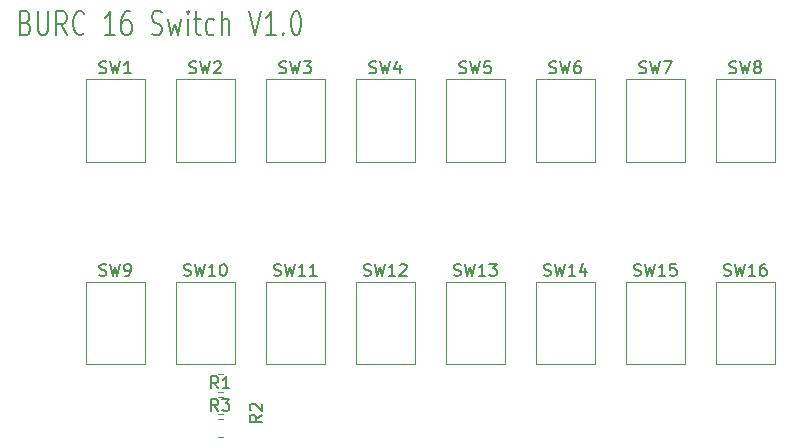
<source format=gbr>
%TF.GenerationSoftware,KiCad,Pcbnew,7.0.7*%
%TF.CreationDate,2023-10-01T14:50:05+02:00*%
%TF.ProjectId,MultiSwitch_Mcp23017_MiniSwitch,4d756c74-6953-4776-9974-63685f4d6370,1.0*%
%TF.SameCoordinates,Original*%
%TF.FileFunction,Legend,Top*%
%TF.FilePolarity,Positive*%
%FSLAX46Y46*%
G04 Gerber Fmt 4.6, Leading zero omitted, Abs format (unit mm)*
G04 Created by KiCad (PCBNEW 7.0.7) date 2023-10-01 14:50:05*
%MOMM*%
%LPD*%
G01*
G04 APERTURE LIST*
%ADD10C,0.210000*%
%ADD11C,0.150000*%
%ADD12C,0.120000*%
G04 APERTURE END LIST*
D10*
X143582857Y-98391699D02*
X143797143Y-98486937D01*
X143797143Y-98486937D02*
X143868572Y-98582175D01*
X143868572Y-98582175D02*
X143940000Y-98772651D01*
X143940000Y-98772651D02*
X143940000Y-99058365D01*
X143940000Y-99058365D02*
X143868572Y-99248841D01*
X143868572Y-99248841D02*
X143797143Y-99344080D01*
X143797143Y-99344080D02*
X143654286Y-99439318D01*
X143654286Y-99439318D02*
X143082857Y-99439318D01*
X143082857Y-99439318D02*
X143082857Y-97439318D01*
X143082857Y-97439318D02*
X143582857Y-97439318D01*
X143582857Y-97439318D02*
X143725715Y-97534556D01*
X143725715Y-97534556D02*
X143797143Y-97629794D01*
X143797143Y-97629794D02*
X143868572Y-97820270D01*
X143868572Y-97820270D02*
X143868572Y-98010746D01*
X143868572Y-98010746D02*
X143797143Y-98201222D01*
X143797143Y-98201222D02*
X143725715Y-98296460D01*
X143725715Y-98296460D02*
X143582857Y-98391699D01*
X143582857Y-98391699D02*
X143082857Y-98391699D01*
X144582857Y-97439318D02*
X144582857Y-99058365D01*
X144582857Y-99058365D02*
X144654286Y-99248841D01*
X144654286Y-99248841D02*
X144725715Y-99344080D01*
X144725715Y-99344080D02*
X144868572Y-99439318D01*
X144868572Y-99439318D02*
X145154286Y-99439318D01*
X145154286Y-99439318D02*
X145297143Y-99344080D01*
X145297143Y-99344080D02*
X145368572Y-99248841D01*
X145368572Y-99248841D02*
X145440000Y-99058365D01*
X145440000Y-99058365D02*
X145440000Y-97439318D01*
X147011429Y-99439318D02*
X146511429Y-98486937D01*
X146154286Y-99439318D02*
X146154286Y-97439318D01*
X146154286Y-97439318D02*
X146725715Y-97439318D01*
X146725715Y-97439318D02*
X146868572Y-97534556D01*
X146868572Y-97534556D02*
X146940001Y-97629794D01*
X146940001Y-97629794D02*
X147011429Y-97820270D01*
X147011429Y-97820270D02*
X147011429Y-98105984D01*
X147011429Y-98105984D02*
X146940001Y-98296460D01*
X146940001Y-98296460D02*
X146868572Y-98391699D01*
X146868572Y-98391699D02*
X146725715Y-98486937D01*
X146725715Y-98486937D02*
X146154286Y-98486937D01*
X148511429Y-99248841D02*
X148440001Y-99344080D01*
X148440001Y-99344080D02*
X148225715Y-99439318D01*
X148225715Y-99439318D02*
X148082858Y-99439318D01*
X148082858Y-99439318D02*
X147868572Y-99344080D01*
X147868572Y-99344080D02*
X147725715Y-99153603D01*
X147725715Y-99153603D02*
X147654286Y-98963127D01*
X147654286Y-98963127D02*
X147582858Y-98582175D01*
X147582858Y-98582175D02*
X147582858Y-98296460D01*
X147582858Y-98296460D02*
X147654286Y-97915508D01*
X147654286Y-97915508D02*
X147725715Y-97725032D01*
X147725715Y-97725032D02*
X147868572Y-97534556D01*
X147868572Y-97534556D02*
X148082858Y-97439318D01*
X148082858Y-97439318D02*
X148225715Y-97439318D01*
X148225715Y-97439318D02*
X148440001Y-97534556D01*
X148440001Y-97534556D02*
X148511429Y-97629794D01*
X151082858Y-99439318D02*
X150225715Y-99439318D01*
X150654286Y-99439318D02*
X150654286Y-97439318D01*
X150654286Y-97439318D02*
X150511429Y-97725032D01*
X150511429Y-97725032D02*
X150368572Y-97915508D01*
X150368572Y-97915508D02*
X150225715Y-98010746D01*
X152368572Y-97439318D02*
X152082857Y-97439318D01*
X152082857Y-97439318D02*
X151940000Y-97534556D01*
X151940000Y-97534556D02*
X151868572Y-97629794D01*
X151868572Y-97629794D02*
X151725714Y-97915508D01*
X151725714Y-97915508D02*
X151654286Y-98296460D01*
X151654286Y-98296460D02*
X151654286Y-99058365D01*
X151654286Y-99058365D02*
X151725714Y-99248841D01*
X151725714Y-99248841D02*
X151797143Y-99344080D01*
X151797143Y-99344080D02*
X151940000Y-99439318D01*
X151940000Y-99439318D02*
X152225714Y-99439318D01*
X152225714Y-99439318D02*
X152368572Y-99344080D01*
X152368572Y-99344080D02*
X152440000Y-99248841D01*
X152440000Y-99248841D02*
X152511429Y-99058365D01*
X152511429Y-99058365D02*
X152511429Y-98582175D01*
X152511429Y-98582175D02*
X152440000Y-98391699D01*
X152440000Y-98391699D02*
X152368572Y-98296460D01*
X152368572Y-98296460D02*
X152225714Y-98201222D01*
X152225714Y-98201222D02*
X151940000Y-98201222D01*
X151940000Y-98201222D02*
X151797143Y-98296460D01*
X151797143Y-98296460D02*
X151725714Y-98391699D01*
X151725714Y-98391699D02*
X151654286Y-98582175D01*
X154225714Y-99344080D02*
X154440000Y-99439318D01*
X154440000Y-99439318D02*
X154797142Y-99439318D01*
X154797142Y-99439318D02*
X154940000Y-99344080D01*
X154940000Y-99344080D02*
X155011428Y-99248841D01*
X155011428Y-99248841D02*
X155082857Y-99058365D01*
X155082857Y-99058365D02*
X155082857Y-98867889D01*
X155082857Y-98867889D02*
X155011428Y-98677413D01*
X155011428Y-98677413D02*
X154940000Y-98582175D01*
X154940000Y-98582175D02*
X154797142Y-98486937D01*
X154797142Y-98486937D02*
X154511428Y-98391699D01*
X154511428Y-98391699D02*
X154368571Y-98296460D01*
X154368571Y-98296460D02*
X154297142Y-98201222D01*
X154297142Y-98201222D02*
X154225714Y-98010746D01*
X154225714Y-98010746D02*
X154225714Y-97820270D01*
X154225714Y-97820270D02*
X154297142Y-97629794D01*
X154297142Y-97629794D02*
X154368571Y-97534556D01*
X154368571Y-97534556D02*
X154511428Y-97439318D01*
X154511428Y-97439318D02*
X154868571Y-97439318D01*
X154868571Y-97439318D02*
X155082857Y-97534556D01*
X155582856Y-98105984D02*
X155868571Y-99439318D01*
X155868571Y-99439318D02*
X156154285Y-98486937D01*
X156154285Y-98486937D02*
X156439999Y-99439318D01*
X156439999Y-99439318D02*
X156725713Y-98105984D01*
X157297142Y-99439318D02*
X157297142Y-98105984D01*
X157297142Y-97439318D02*
X157225714Y-97534556D01*
X157225714Y-97534556D02*
X157297142Y-97629794D01*
X157297142Y-97629794D02*
X157368571Y-97534556D01*
X157368571Y-97534556D02*
X157297142Y-97439318D01*
X157297142Y-97439318D02*
X157297142Y-97629794D01*
X157797143Y-98105984D02*
X158368571Y-98105984D01*
X158011428Y-97439318D02*
X158011428Y-99153603D01*
X158011428Y-99153603D02*
X158082857Y-99344080D01*
X158082857Y-99344080D02*
X158225714Y-99439318D01*
X158225714Y-99439318D02*
X158368571Y-99439318D01*
X159511429Y-99344080D02*
X159368571Y-99439318D01*
X159368571Y-99439318D02*
X159082857Y-99439318D01*
X159082857Y-99439318D02*
X158940000Y-99344080D01*
X158940000Y-99344080D02*
X158868571Y-99248841D01*
X158868571Y-99248841D02*
X158797143Y-99058365D01*
X158797143Y-99058365D02*
X158797143Y-98486937D01*
X158797143Y-98486937D02*
X158868571Y-98296460D01*
X158868571Y-98296460D02*
X158940000Y-98201222D01*
X158940000Y-98201222D02*
X159082857Y-98105984D01*
X159082857Y-98105984D02*
X159368571Y-98105984D01*
X159368571Y-98105984D02*
X159511429Y-98201222D01*
X160154285Y-99439318D02*
X160154285Y-97439318D01*
X160797143Y-99439318D02*
X160797143Y-98391699D01*
X160797143Y-98391699D02*
X160725714Y-98201222D01*
X160725714Y-98201222D02*
X160582857Y-98105984D01*
X160582857Y-98105984D02*
X160368571Y-98105984D01*
X160368571Y-98105984D02*
X160225714Y-98201222D01*
X160225714Y-98201222D02*
X160154285Y-98296460D01*
X162440000Y-97439318D02*
X162940000Y-99439318D01*
X162940000Y-99439318D02*
X163440000Y-97439318D01*
X164725714Y-99439318D02*
X163868571Y-99439318D01*
X164297142Y-99439318D02*
X164297142Y-97439318D01*
X164297142Y-97439318D02*
X164154285Y-97725032D01*
X164154285Y-97725032D02*
X164011428Y-97915508D01*
X164011428Y-97915508D02*
X163868571Y-98010746D01*
X165368570Y-99248841D02*
X165439999Y-99344080D01*
X165439999Y-99344080D02*
X165368570Y-99439318D01*
X165368570Y-99439318D02*
X165297142Y-99344080D01*
X165297142Y-99344080D02*
X165368570Y-99248841D01*
X165368570Y-99248841D02*
X165368570Y-99439318D01*
X166368571Y-97439318D02*
X166511428Y-97439318D01*
X166511428Y-97439318D02*
X166654285Y-97534556D01*
X166654285Y-97534556D02*
X166725714Y-97629794D01*
X166725714Y-97629794D02*
X166797142Y-97820270D01*
X166797142Y-97820270D02*
X166868571Y-98201222D01*
X166868571Y-98201222D02*
X166868571Y-98677413D01*
X166868571Y-98677413D02*
X166797142Y-99058365D01*
X166797142Y-99058365D02*
X166725714Y-99248841D01*
X166725714Y-99248841D02*
X166654285Y-99344080D01*
X166654285Y-99344080D02*
X166511428Y-99439318D01*
X166511428Y-99439318D02*
X166368571Y-99439318D01*
X166368571Y-99439318D02*
X166225714Y-99344080D01*
X166225714Y-99344080D02*
X166154285Y-99248841D01*
X166154285Y-99248841D02*
X166082856Y-99058365D01*
X166082856Y-99058365D02*
X166011428Y-98677413D01*
X166011428Y-98677413D02*
X166011428Y-98201222D01*
X166011428Y-98201222D02*
X166082856Y-97820270D01*
X166082856Y-97820270D02*
X166154285Y-97629794D01*
X166154285Y-97629794D02*
X166225714Y-97534556D01*
X166225714Y-97534556D02*
X166368571Y-97439318D01*
D11*
X179800476Y-119787200D02*
X179943333Y-119834819D01*
X179943333Y-119834819D02*
X180181428Y-119834819D01*
X180181428Y-119834819D02*
X180276666Y-119787200D01*
X180276666Y-119787200D02*
X180324285Y-119739580D01*
X180324285Y-119739580D02*
X180371904Y-119644342D01*
X180371904Y-119644342D02*
X180371904Y-119549104D01*
X180371904Y-119549104D02*
X180324285Y-119453866D01*
X180324285Y-119453866D02*
X180276666Y-119406247D01*
X180276666Y-119406247D02*
X180181428Y-119358628D01*
X180181428Y-119358628D02*
X179990952Y-119311009D01*
X179990952Y-119311009D02*
X179895714Y-119263390D01*
X179895714Y-119263390D02*
X179848095Y-119215771D01*
X179848095Y-119215771D02*
X179800476Y-119120533D01*
X179800476Y-119120533D02*
X179800476Y-119025295D01*
X179800476Y-119025295D02*
X179848095Y-118930057D01*
X179848095Y-118930057D02*
X179895714Y-118882438D01*
X179895714Y-118882438D02*
X179990952Y-118834819D01*
X179990952Y-118834819D02*
X180229047Y-118834819D01*
X180229047Y-118834819D02*
X180371904Y-118882438D01*
X180705238Y-118834819D02*
X180943333Y-119834819D01*
X180943333Y-119834819D02*
X181133809Y-119120533D01*
X181133809Y-119120533D02*
X181324285Y-119834819D01*
X181324285Y-119834819D02*
X181562381Y-118834819D01*
X182467142Y-119834819D02*
X181895714Y-119834819D01*
X182181428Y-119834819D02*
X182181428Y-118834819D01*
X182181428Y-118834819D02*
X182086190Y-118977676D01*
X182086190Y-118977676D02*
X181990952Y-119072914D01*
X181990952Y-119072914D02*
X181895714Y-119120533D01*
X182800476Y-118834819D02*
X183419523Y-118834819D01*
X183419523Y-118834819D02*
X183086190Y-119215771D01*
X183086190Y-119215771D02*
X183229047Y-119215771D01*
X183229047Y-119215771D02*
X183324285Y-119263390D01*
X183324285Y-119263390D02*
X183371904Y-119311009D01*
X183371904Y-119311009D02*
X183419523Y-119406247D01*
X183419523Y-119406247D02*
X183419523Y-119644342D01*
X183419523Y-119644342D02*
X183371904Y-119739580D01*
X183371904Y-119739580D02*
X183324285Y-119787200D01*
X183324285Y-119787200D02*
X183229047Y-119834819D01*
X183229047Y-119834819D02*
X182943333Y-119834819D01*
X182943333Y-119834819D02*
X182848095Y-119787200D01*
X182848095Y-119787200D02*
X182800476Y-119739580D01*
X195040476Y-119787200D02*
X195183333Y-119834819D01*
X195183333Y-119834819D02*
X195421428Y-119834819D01*
X195421428Y-119834819D02*
X195516666Y-119787200D01*
X195516666Y-119787200D02*
X195564285Y-119739580D01*
X195564285Y-119739580D02*
X195611904Y-119644342D01*
X195611904Y-119644342D02*
X195611904Y-119549104D01*
X195611904Y-119549104D02*
X195564285Y-119453866D01*
X195564285Y-119453866D02*
X195516666Y-119406247D01*
X195516666Y-119406247D02*
X195421428Y-119358628D01*
X195421428Y-119358628D02*
X195230952Y-119311009D01*
X195230952Y-119311009D02*
X195135714Y-119263390D01*
X195135714Y-119263390D02*
X195088095Y-119215771D01*
X195088095Y-119215771D02*
X195040476Y-119120533D01*
X195040476Y-119120533D02*
X195040476Y-119025295D01*
X195040476Y-119025295D02*
X195088095Y-118930057D01*
X195088095Y-118930057D02*
X195135714Y-118882438D01*
X195135714Y-118882438D02*
X195230952Y-118834819D01*
X195230952Y-118834819D02*
X195469047Y-118834819D01*
X195469047Y-118834819D02*
X195611904Y-118882438D01*
X195945238Y-118834819D02*
X196183333Y-119834819D01*
X196183333Y-119834819D02*
X196373809Y-119120533D01*
X196373809Y-119120533D02*
X196564285Y-119834819D01*
X196564285Y-119834819D02*
X196802381Y-118834819D01*
X197707142Y-119834819D02*
X197135714Y-119834819D01*
X197421428Y-119834819D02*
X197421428Y-118834819D01*
X197421428Y-118834819D02*
X197326190Y-118977676D01*
X197326190Y-118977676D02*
X197230952Y-119072914D01*
X197230952Y-119072914D02*
X197135714Y-119120533D01*
X198611904Y-118834819D02*
X198135714Y-118834819D01*
X198135714Y-118834819D02*
X198088095Y-119311009D01*
X198088095Y-119311009D02*
X198135714Y-119263390D01*
X198135714Y-119263390D02*
X198230952Y-119215771D01*
X198230952Y-119215771D02*
X198469047Y-119215771D01*
X198469047Y-119215771D02*
X198564285Y-119263390D01*
X198564285Y-119263390D02*
X198611904Y-119311009D01*
X198611904Y-119311009D02*
X198659523Y-119406247D01*
X198659523Y-119406247D02*
X198659523Y-119644342D01*
X198659523Y-119644342D02*
X198611904Y-119739580D01*
X198611904Y-119739580D02*
X198564285Y-119787200D01*
X198564285Y-119787200D02*
X198469047Y-119834819D01*
X198469047Y-119834819D02*
X198230952Y-119834819D01*
X198230952Y-119834819D02*
X198135714Y-119787200D01*
X198135714Y-119787200D02*
X198088095Y-119739580D01*
X163522819Y-131611666D02*
X163046628Y-131944999D01*
X163522819Y-132183094D02*
X162522819Y-132183094D01*
X162522819Y-132183094D02*
X162522819Y-131802142D01*
X162522819Y-131802142D02*
X162570438Y-131706904D01*
X162570438Y-131706904D02*
X162618057Y-131659285D01*
X162618057Y-131659285D02*
X162713295Y-131611666D01*
X162713295Y-131611666D02*
X162856152Y-131611666D01*
X162856152Y-131611666D02*
X162951390Y-131659285D01*
X162951390Y-131659285D02*
X162999009Y-131706904D01*
X162999009Y-131706904D02*
X163046628Y-131802142D01*
X163046628Y-131802142D02*
X163046628Y-132183094D01*
X162618057Y-131230713D02*
X162570438Y-131183094D01*
X162570438Y-131183094D02*
X162522819Y-131087856D01*
X162522819Y-131087856D02*
X162522819Y-130849761D01*
X162522819Y-130849761D02*
X162570438Y-130754523D01*
X162570438Y-130754523D02*
X162618057Y-130706904D01*
X162618057Y-130706904D02*
X162713295Y-130659285D01*
X162713295Y-130659285D02*
X162808533Y-130659285D01*
X162808533Y-130659285D02*
X162951390Y-130706904D01*
X162951390Y-130706904D02*
X163522819Y-131278332D01*
X163522819Y-131278332D02*
X163522819Y-130659285D01*
X172656667Y-102642200D02*
X172799524Y-102689819D01*
X172799524Y-102689819D02*
X173037619Y-102689819D01*
X173037619Y-102689819D02*
X173132857Y-102642200D01*
X173132857Y-102642200D02*
X173180476Y-102594580D01*
X173180476Y-102594580D02*
X173228095Y-102499342D01*
X173228095Y-102499342D02*
X173228095Y-102404104D01*
X173228095Y-102404104D02*
X173180476Y-102308866D01*
X173180476Y-102308866D02*
X173132857Y-102261247D01*
X173132857Y-102261247D02*
X173037619Y-102213628D01*
X173037619Y-102213628D02*
X172847143Y-102166009D01*
X172847143Y-102166009D02*
X172751905Y-102118390D01*
X172751905Y-102118390D02*
X172704286Y-102070771D01*
X172704286Y-102070771D02*
X172656667Y-101975533D01*
X172656667Y-101975533D02*
X172656667Y-101880295D01*
X172656667Y-101880295D02*
X172704286Y-101785057D01*
X172704286Y-101785057D02*
X172751905Y-101737438D01*
X172751905Y-101737438D02*
X172847143Y-101689819D01*
X172847143Y-101689819D02*
X173085238Y-101689819D01*
X173085238Y-101689819D02*
X173228095Y-101737438D01*
X173561429Y-101689819D02*
X173799524Y-102689819D01*
X173799524Y-102689819D02*
X173990000Y-101975533D01*
X173990000Y-101975533D02*
X174180476Y-102689819D01*
X174180476Y-102689819D02*
X174418572Y-101689819D01*
X175228095Y-102023152D02*
X175228095Y-102689819D01*
X174990000Y-101642200D02*
X174751905Y-102356485D01*
X174751905Y-102356485D02*
X175370952Y-102356485D01*
X157416667Y-102642200D02*
X157559524Y-102689819D01*
X157559524Y-102689819D02*
X157797619Y-102689819D01*
X157797619Y-102689819D02*
X157892857Y-102642200D01*
X157892857Y-102642200D02*
X157940476Y-102594580D01*
X157940476Y-102594580D02*
X157988095Y-102499342D01*
X157988095Y-102499342D02*
X157988095Y-102404104D01*
X157988095Y-102404104D02*
X157940476Y-102308866D01*
X157940476Y-102308866D02*
X157892857Y-102261247D01*
X157892857Y-102261247D02*
X157797619Y-102213628D01*
X157797619Y-102213628D02*
X157607143Y-102166009D01*
X157607143Y-102166009D02*
X157511905Y-102118390D01*
X157511905Y-102118390D02*
X157464286Y-102070771D01*
X157464286Y-102070771D02*
X157416667Y-101975533D01*
X157416667Y-101975533D02*
X157416667Y-101880295D01*
X157416667Y-101880295D02*
X157464286Y-101785057D01*
X157464286Y-101785057D02*
X157511905Y-101737438D01*
X157511905Y-101737438D02*
X157607143Y-101689819D01*
X157607143Y-101689819D02*
X157845238Y-101689819D01*
X157845238Y-101689819D02*
X157988095Y-101737438D01*
X158321429Y-101689819D02*
X158559524Y-102689819D01*
X158559524Y-102689819D02*
X158750000Y-101975533D01*
X158750000Y-101975533D02*
X158940476Y-102689819D01*
X158940476Y-102689819D02*
X159178572Y-101689819D01*
X159511905Y-101785057D02*
X159559524Y-101737438D01*
X159559524Y-101737438D02*
X159654762Y-101689819D01*
X159654762Y-101689819D02*
X159892857Y-101689819D01*
X159892857Y-101689819D02*
X159988095Y-101737438D01*
X159988095Y-101737438D02*
X160035714Y-101785057D01*
X160035714Y-101785057D02*
X160083333Y-101880295D01*
X160083333Y-101880295D02*
X160083333Y-101975533D01*
X160083333Y-101975533D02*
X160035714Y-102118390D01*
X160035714Y-102118390D02*
X159464286Y-102689819D01*
X159464286Y-102689819D02*
X160083333Y-102689819D01*
X180276667Y-102642200D02*
X180419524Y-102689819D01*
X180419524Y-102689819D02*
X180657619Y-102689819D01*
X180657619Y-102689819D02*
X180752857Y-102642200D01*
X180752857Y-102642200D02*
X180800476Y-102594580D01*
X180800476Y-102594580D02*
X180848095Y-102499342D01*
X180848095Y-102499342D02*
X180848095Y-102404104D01*
X180848095Y-102404104D02*
X180800476Y-102308866D01*
X180800476Y-102308866D02*
X180752857Y-102261247D01*
X180752857Y-102261247D02*
X180657619Y-102213628D01*
X180657619Y-102213628D02*
X180467143Y-102166009D01*
X180467143Y-102166009D02*
X180371905Y-102118390D01*
X180371905Y-102118390D02*
X180324286Y-102070771D01*
X180324286Y-102070771D02*
X180276667Y-101975533D01*
X180276667Y-101975533D02*
X180276667Y-101880295D01*
X180276667Y-101880295D02*
X180324286Y-101785057D01*
X180324286Y-101785057D02*
X180371905Y-101737438D01*
X180371905Y-101737438D02*
X180467143Y-101689819D01*
X180467143Y-101689819D02*
X180705238Y-101689819D01*
X180705238Y-101689819D02*
X180848095Y-101737438D01*
X181181429Y-101689819D02*
X181419524Y-102689819D01*
X181419524Y-102689819D02*
X181610000Y-101975533D01*
X181610000Y-101975533D02*
X181800476Y-102689819D01*
X181800476Y-102689819D02*
X182038572Y-101689819D01*
X182895714Y-101689819D02*
X182419524Y-101689819D01*
X182419524Y-101689819D02*
X182371905Y-102166009D01*
X182371905Y-102166009D02*
X182419524Y-102118390D01*
X182419524Y-102118390D02*
X182514762Y-102070771D01*
X182514762Y-102070771D02*
X182752857Y-102070771D01*
X182752857Y-102070771D02*
X182848095Y-102118390D01*
X182848095Y-102118390D02*
X182895714Y-102166009D01*
X182895714Y-102166009D02*
X182943333Y-102261247D01*
X182943333Y-102261247D02*
X182943333Y-102499342D01*
X182943333Y-102499342D02*
X182895714Y-102594580D01*
X182895714Y-102594580D02*
X182848095Y-102642200D01*
X182848095Y-102642200D02*
X182752857Y-102689819D01*
X182752857Y-102689819D02*
X182514762Y-102689819D01*
X182514762Y-102689819D02*
X182419524Y-102642200D01*
X182419524Y-102642200D02*
X182371905Y-102594580D01*
X159853333Y-131264819D02*
X159520000Y-130788628D01*
X159281905Y-131264819D02*
X159281905Y-130264819D01*
X159281905Y-130264819D02*
X159662857Y-130264819D01*
X159662857Y-130264819D02*
X159758095Y-130312438D01*
X159758095Y-130312438D02*
X159805714Y-130360057D01*
X159805714Y-130360057D02*
X159853333Y-130455295D01*
X159853333Y-130455295D02*
X159853333Y-130598152D01*
X159853333Y-130598152D02*
X159805714Y-130693390D01*
X159805714Y-130693390D02*
X159758095Y-130741009D01*
X159758095Y-130741009D02*
X159662857Y-130788628D01*
X159662857Y-130788628D02*
X159281905Y-130788628D01*
X160186667Y-130264819D02*
X160805714Y-130264819D01*
X160805714Y-130264819D02*
X160472381Y-130645771D01*
X160472381Y-130645771D02*
X160615238Y-130645771D01*
X160615238Y-130645771D02*
X160710476Y-130693390D01*
X160710476Y-130693390D02*
X160758095Y-130741009D01*
X160758095Y-130741009D02*
X160805714Y-130836247D01*
X160805714Y-130836247D02*
X160805714Y-131074342D01*
X160805714Y-131074342D02*
X160758095Y-131169580D01*
X160758095Y-131169580D02*
X160710476Y-131217200D01*
X160710476Y-131217200D02*
X160615238Y-131264819D01*
X160615238Y-131264819D02*
X160329524Y-131264819D01*
X160329524Y-131264819D02*
X160234286Y-131217200D01*
X160234286Y-131217200D02*
X160186667Y-131169580D01*
X156940476Y-119787200D02*
X157083333Y-119834819D01*
X157083333Y-119834819D02*
X157321428Y-119834819D01*
X157321428Y-119834819D02*
X157416666Y-119787200D01*
X157416666Y-119787200D02*
X157464285Y-119739580D01*
X157464285Y-119739580D02*
X157511904Y-119644342D01*
X157511904Y-119644342D02*
X157511904Y-119549104D01*
X157511904Y-119549104D02*
X157464285Y-119453866D01*
X157464285Y-119453866D02*
X157416666Y-119406247D01*
X157416666Y-119406247D02*
X157321428Y-119358628D01*
X157321428Y-119358628D02*
X157130952Y-119311009D01*
X157130952Y-119311009D02*
X157035714Y-119263390D01*
X157035714Y-119263390D02*
X156988095Y-119215771D01*
X156988095Y-119215771D02*
X156940476Y-119120533D01*
X156940476Y-119120533D02*
X156940476Y-119025295D01*
X156940476Y-119025295D02*
X156988095Y-118930057D01*
X156988095Y-118930057D02*
X157035714Y-118882438D01*
X157035714Y-118882438D02*
X157130952Y-118834819D01*
X157130952Y-118834819D02*
X157369047Y-118834819D01*
X157369047Y-118834819D02*
X157511904Y-118882438D01*
X157845238Y-118834819D02*
X158083333Y-119834819D01*
X158083333Y-119834819D02*
X158273809Y-119120533D01*
X158273809Y-119120533D02*
X158464285Y-119834819D01*
X158464285Y-119834819D02*
X158702381Y-118834819D01*
X159607142Y-119834819D02*
X159035714Y-119834819D01*
X159321428Y-119834819D02*
X159321428Y-118834819D01*
X159321428Y-118834819D02*
X159226190Y-118977676D01*
X159226190Y-118977676D02*
X159130952Y-119072914D01*
X159130952Y-119072914D02*
X159035714Y-119120533D01*
X160226190Y-118834819D02*
X160321428Y-118834819D01*
X160321428Y-118834819D02*
X160416666Y-118882438D01*
X160416666Y-118882438D02*
X160464285Y-118930057D01*
X160464285Y-118930057D02*
X160511904Y-119025295D01*
X160511904Y-119025295D02*
X160559523Y-119215771D01*
X160559523Y-119215771D02*
X160559523Y-119453866D01*
X160559523Y-119453866D02*
X160511904Y-119644342D01*
X160511904Y-119644342D02*
X160464285Y-119739580D01*
X160464285Y-119739580D02*
X160416666Y-119787200D01*
X160416666Y-119787200D02*
X160321428Y-119834819D01*
X160321428Y-119834819D02*
X160226190Y-119834819D01*
X160226190Y-119834819D02*
X160130952Y-119787200D01*
X160130952Y-119787200D02*
X160083333Y-119739580D01*
X160083333Y-119739580D02*
X160035714Y-119644342D01*
X160035714Y-119644342D02*
X159988095Y-119453866D01*
X159988095Y-119453866D02*
X159988095Y-119215771D01*
X159988095Y-119215771D02*
X160035714Y-119025295D01*
X160035714Y-119025295D02*
X160083333Y-118930057D01*
X160083333Y-118930057D02*
X160130952Y-118882438D01*
X160130952Y-118882438D02*
X160226190Y-118834819D01*
X187420476Y-119787200D02*
X187563333Y-119834819D01*
X187563333Y-119834819D02*
X187801428Y-119834819D01*
X187801428Y-119834819D02*
X187896666Y-119787200D01*
X187896666Y-119787200D02*
X187944285Y-119739580D01*
X187944285Y-119739580D02*
X187991904Y-119644342D01*
X187991904Y-119644342D02*
X187991904Y-119549104D01*
X187991904Y-119549104D02*
X187944285Y-119453866D01*
X187944285Y-119453866D02*
X187896666Y-119406247D01*
X187896666Y-119406247D02*
X187801428Y-119358628D01*
X187801428Y-119358628D02*
X187610952Y-119311009D01*
X187610952Y-119311009D02*
X187515714Y-119263390D01*
X187515714Y-119263390D02*
X187468095Y-119215771D01*
X187468095Y-119215771D02*
X187420476Y-119120533D01*
X187420476Y-119120533D02*
X187420476Y-119025295D01*
X187420476Y-119025295D02*
X187468095Y-118930057D01*
X187468095Y-118930057D02*
X187515714Y-118882438D01*
X187515714Y-118882438D02*
X187610952Y-118834819D01*
X187610952Y-118834819D02*
X187849047Y-118834819D01*
X187849047Y-118834819D02*
X187991904Y-118882438D01*
X188325238Y-118834819D02*
X188563333Y-119834819D01*
X188563333Y-119834819D02*
X188753809Y-119120533D01*
X188753809Y-119120533D02*
X188944285Y-119834819D01*
X188944285Y-119834819D02*
X189182381Y-118834819D01*
X190087142Y-119834819D02*
X189515714Y-119834819D01*
X189801428Y-119834819D02*
X189801428Y-118834819D01*
X189801428Y-118834819D02*
X189706190Y-118977676D01*
X189706190Y-118977676D02*
X189610952Y-119072914D01*
X189610952Y-119072914D02*
X189515714Y-119120533D01*
X190944285Y-119168152D02*
X190944285Y-119834819D01*
X190706190Y-118787200D02*
X190468095Y-119501485D01*
X190468095Y-119501485D02*
X191087142Y-119501485D01*
X165036667Y-102642200D02*
X165179524Y-102689819D01*
X165179524Y-102689819D02*
X165417619Y-102689819D01*
X165417619Y-102689819D02*
X165512857Y-102642200D01*
X165512857Y-102642200D02*
X165560476Y-102594580D01*
X165560476Y-102594580D02*
X165608095Y-102499342D01*
X165608095Y-102499342D02*
X165608095Y-102404104D01*
X165608095Y-102404104D02*
X165560476Y-102308866D01*
X165560476Y-102308866D02*
X165512857Y-102261247D01*
X165512857Y-102261247D02*
X165417619Y-102213628D01*
X165417619Y-102213628D02*
X165227143Y-102166009D01*
X165227143Y-102166009D02*
X165131905Y-102118390D01*
X165131905Y-102118390D02*
X165084286Y-102070771D01*
X165084286Y-102070771D02*
X165036667Y-101975533D01*
X165036667Y-101975533D02*
X165036667Y-101880295D01*
X165036667Y-101880295D02*
X165084286Y-101785057D01*
X165084286Y-101785057D02*
X165131905Y-101737438D01*
X165131905Y-101737438D02*
X165227143Y-101689819D01*
X165227143Y-101689819D02*
X165465238Y-101689819D01*
X165465238Y-101689819D02*
X165608095Y-101737438D01*
X165941429Y-101689819D02*
X166179524Y-102689819D01*
X166179524Y-102689819D02*
X166370000Y-101975533D01*
X166370000Y-101975533D02*
X166560476Y-102689819D01*
X166560476Y-102689819D02*
X166798572Y-101689819D01*
X167084286Y-101689819D02*
X167703333Y-101689819D01*
X167703333Y-101689819D02*
X167370000Y-102070771D01*
X167370000Y-102070771D02*
X167512857Y-102070771D01*
X167512857Y-102070771D02*
X167608095Y-102118390D01*
X167608095Y-102118390D02*
X167655714Y-102166009D01*
X167655714Y-102166009D02*
X167703333Y-102261247D01*
X167703333Y-102261247D02*
X167703333Y-102499342D01*
X167703333Y-102499342D02*
X167655714Y-102594580D01*
X167655714Y-102594580D02*
X167608095Y-102642200D01*
X167608095Y-102642200D02*
X167512857Y-102689819D01*
X167512857Y-102689819D02*
X167227143Y-102689819D01*
X167227143Y-102689819D02*
X167131905Y-102642200D01*
X167131905Y-102642200D02*
X167084286Y-102594580D01*
X187896667Y-102642200D02*
X188039524Y-102689819D01*
X188039524Y-102689819D02*
X188277619Y-102689819D01*
X188277619Y-102689819D02*
X188372857Y-102642200D01*
X188372857Y-102642200D02*
X188420476Y-102594580D01*
X188420476Y-102594580D02*
X188468095Y-102499342D01*
X188468095Y-102499342D02*
X188468095Y-102404104D01*
X188468095Y-102404104D02*
X188420476Y-102308866D01*
X188420476Y-102308866D02*
X188372857Y-102261247D01*
X188372857Y-102261247D02*
X188277619Y-102213628D01*
X188277619Y-102213628D02*
X188087143Y-102166009D01*
X188087143Y-102166009D02*
X187991905Y-102118390D01*
X187991905Y-102118390D02*
X187944286Y-102070771D01*
X187944286Y-102070771D02*
X187896667Y-101975533D01*
X187896667Y-101975533D02*
X187896667Y-101880295D01*
X187896667Y-101880295D02*
X187944286Y-101785057D01*
X187944286Y-101785057D02*
X187991905Y-101737438D01*
X187991905Y-101737438D02*
X188087143Y-101689819D01*
X188087143Y-101689819D02*
X188325238Y-101689819D01*
X188325238Y-101689819D02*
X188468095Y-101737438D01*
X188801429Y-101689819D02*
X189039524Y-102689819D01*
X189039524Y-102689819D02*
X189230000Y-101975533D01*
X189230000Y-101975533D02*
X189420476Y-102689819D01*
X189420476Y-102689819D02*
X189658572Y-101689819D01*
X190468095Y-101689819D02*
X190277619Y-101689819D01*
X190277619Y-101689819D02*
X190182381Y-101737438D01*
X190182381Y-101737438D02*
X190134762Y-101785057D01*
X190134762Y-101785057D02*
X190039524Y-101927914D01*
X190039524Y-101927914D02*
X189991905Y-102118390D01*
X189991905Y-102118390D02*
X189991905Y-102499342D01*
X189991905Y-102499342D02*
X190039524Y-102594580D01*
X190039524Y-102594580D02*
X190087143Y-102642200D01*
X190087143Y-102642200D02*
X190182381Y-102689819D01*
X190182381Y-102689819D02*
X190372857Y-102689819D01*
X190372857Y-102689819D02*
X190468095Y-102642200D01*
X190468095Y-102642200D02*
X190515714Y-102594580D01*
X190515714Y-102594580D02*
X190563333Y-102499342D01*
X190563333Y-102499342D02*
X190563333Y-102261247D01*
X190563333Y-102261247D02*
X190515714Y-102166009D01*
X190515714Y-102166009D02*
X190468095Y-102118390D01*
X190468095Y-102118390D02*
X190372857Y-102070771D01*
X190372857Y-102070771D02*
X190182381Y-102070771D01*
X190182381Y-102070771D02*
X190087143Y-102118390D01*
X190087143Y-102118390D02*
X190039524Y-102166009D01*
X190039524Y-102166009D02*
X189991905Y-102261247D01*
X149796667Y-102642200D02*
X149939524Y-102689819D01*
X149939524Y-102689819D02*
X150177619Y-102689819D01*
X150177619Y-102689819D02*
X150272857Y-102642200D01*
X150272857Y-102642200D02*
X150320476Y-102594580D01*
X150320476Y-102594580D02*
X150368095Y-102499342D01*
X150368095Y-102499342D02*
X150368095Y-102404104D01*
X150368095Y-102404104D02*
X150320476Y-102308866D01*
X150320476Y-102308866D02*
X150272857Y-102261247D01*
X150272857Y-102261247D02*
X150177619Y-102213628D01*
X150177619Y-102213628D02*
X149987143Y-102166009D01*
X149987143Y-102166009D02*
X149891905Y-102118390D01*
X149891905Y-102118390D02*
X149844286Y-102070771D01*
X149844286Y-102070771D02*
X149796667Y-101975533D01*
X149796667Y-101975533D02*
X149796667Y-101880295D01*
X149796667Y-101880295D02*
X149844286Y-101785057D01*
X149844286Y-101785057D02*
X149891905Y-101737438D01*
X149891905Y-101737438D02*
X149987143Y-101689819D01*
X149987143Y-101689819D02*
X150225238Y-101689819D01*
X150225238Y-101689819D02*
X150368095Y-101737438D01*
X150701429Y-101689819D02*
X150939524Y-102689819D01*
X150939524Y-102689819D02*
X151130000Y-101975533D01*
X151130000Y-101975533D02*
X151320476Y-102689819D01*
X151320476Y-102689819D02*
X151558572Y-101689819D01*
X152463333Y-102689819D02*
X151891905Y-102689819D01*
X152177619Y-102689819D02*
X152177619Y-101689819D01*
X152177619Y-101689819D02*
X152082381Y-101832676D01*
X152082381Y-101832676D02*
X151987143Y-101927914D01*
X151987143Y-101927914D02*
X151891905Y-101975533D01*
X164560476Y-119787200D02*
X164703333Y-119834819D01*
X164703333Y-119834819D02*
X164941428Y-119834819D01*
X164941428Y-119834819D02*
X165036666Y-119787200D01*
X165036666Y-119787200D02*
X165084285Y-119739580D01*
X165084285Y-119739580D02*
X165131904Y-119644342D01*
X165131904Y-119644342D02*
X165131904Y-119549104D01*
X165131904Y-119549104D02*
X165084285Y-119453866D01*
X165084285Y-119453866D02*
X165036666Y-119406247D01*
X165036666Y-119406247D02*
X164941428Y-119358628D01*
X164941428Y-119358628D02*
X164750952Y-119311009D01*
X164750952Y-119311009D02*
X164655714Y-119263390D01*
X164655714Y-119263390D02*
X164608095Y-119215771D01*
X164608095Y-119215771D02*
X164560476Y-119120533D01*
X164560476Y-119120533D02*
X164560476Y-119025295D01*
X164560476Y-119025295D02*
X164608095Y-118930057D01*
X164608095Y-118930057D02*
X164655714Y-118882438D01*
X164655714Y-118882438D02*
X164750952Y-118834819D01*
X164750952Y-118834819D02*
X164989047Y-118834819D01*
X164989047Y-118834819D02*
X165131904Y-118882438D01*
X165465238Y-118834819D02*
X165703333Y-119834819D01*
X165703333Y-119834819D02*
X165893809Y-119120533D01*
X165893809Y-119120533D02*
X166084285Y-119834819D01*
X166084285Y-119834819D02*
X166322381Y-118834819D01*
X167227142Y-119834819D02*
X166655714Y-119834819D01*
X166941428Y-119834819D02*
X166941428Y-118834819D01*
X166941428Y-118834819D02*
X166846190Y-118977676D01*
X166846190Y-118977676D02*
X166750952Y-119072914D01*
X166750952Y-119072914D02*
X166655714Y-119120533D01*
X168179523Y-119834819D02*
X167608095Y-119834819D01*
X167893809Y-119834819D02*
X167893809Y-118834819D01*
X167893809Y-118834819D02*
X167798571Y-118977676D01*
X167798571Y-118977676D02*
X167703333Y-119072914D01*
X167703333Y-119072914D02*
X167608095Y-119120533D01*
X202660476Y-119787200D02*
X202803333Y-119834819D01*
X202803333Y-119834819D02*
X203041428Y-119834819D01*
X203041428Y-119834819D02*
X203136666Y-119787200D01*
X203136666Y-119787200D02*
X203184285Y-119739580D01*
X203184285Y-119739580D02*
X203231904Y-119644342D01*
X203231904Y-119644342D02*
X203231904Y-119549104D01*
X203231904Y-119549104D02*
X203184285Y-119453866D01*
X203184285Y-119453866D02*
X203136666Y-119406247D01*
X203136666Y-119406247D02*
X203041428Y-119358628D01*
X203041428Y-119358628D02*
X202850952Y-119311009D01*
X202850952Y-119311009D02*
X202755714Y-119263390D01*
X202755714Y-119263390D02*
X202708095Y-119215771D01*
X202708095Y-119215771D02*
X202660476Y-119120533D01*
X202660476Y-119120533D02*
X202660476Y-119025295D01*
X202660476Y-119025295D02*
X202708095Y-118930057D01*
X202708095Y-118930057D02*
X202755714Y-118882438D01*
X202755714Y-118882438D02*
X202850952Y-118834819D01*
X202850952Y-118834819D02*
X203089047Y-118834819D01*
X203089047Y-118834819D02*
X203231904Y-118882438D01*
X203565238Y-118834819D02*
X203803333Y-119834819D01*
X203803333Y-119834819D02*
X203993809Y-119120533D01*
X203993809Y-119120533D02*
X204184285Y-119834819D01*
X204184285Y-119834819D02*
X204422381Y-118834819D01*
X205327142Y-119834819D02*
X204755714Y-119834819D01*
X205041428Y-119834819D02*
X205041428Y-118834819D01*
X205041428Y-118834819D02*
X204946190Y-118977676D01*
X204946190Y-118977676D02*
X204850952Y-119072914D01*
X204850952Y-119072914D02*
X204755714Y-119120533D01*
X206184285Y-118834819D02*
X205993809Y-118834819D01*
X205993809Y-118834819D02*
X205898571Y-118882438D01*
X205898571Y-118882438D02*
X205850952Y-118930057D01*
X205850952Y-118930057D02*
X205755714Y-119072914D01*
X205755714Y-119072914D02*
X205708095Y-119263390D01*
X205708095Y-119263390D02*
X205708095Y-119644342D01*
X205708095Y-119644342D02*
X205755714Y-119739580D01*
X205755714Y-119739580D02*
X205803333Y-119787200D01*
X205803333Y-119787200D02*
X205898571Y-119834819D01*
X205898571Y-119834819D02*
X206089047Y-119834819D01*
X206089047Y-119834819D02*
X206184285Y-119787200D01*
X206184285Y-119787200D02*
X206231904Y-119739580D01*
X206231904Y-119739580D02*
X206279523Y-119644342D01*
X206279523Y-119644342D02*
X206279523Y-119406247D01*
X206279523Y-119406247D02*
X206231904Y-119311009D01*
X206231904Y-119311009D02*
X206184285Y-119263390D01*
X206184285Y-119263390D02*
X206089047Y-119215771D01*
X206089047Y-119215771D02*
X205898571Y-119215771D01*
X205898571Y-119215771D02*
X205803333Y-119263390D01*
X205803333Y-119263390D02*
X205755714Y-119311009D01*
X205755714Y-119311009D02*
X205708095Y-119406247D01*
X149796667Y-119787200D02*
X149939524Y-119834819D01*
X149939524Y-119834819D02*
X150177619Y-119834819D01*
X150177619Y-119834819D02*
X150272857Y-119787200D01*
X150272857Y-119787200D02*
X150320476Y-119739580D01*
X150320476Y-119739580D02*
X150368095Y-119644342D01*
X150368095Y-119644342D02*
X150368095Y-119549104D01*
X150368095Y-119549104D02*
X150320476Y-119453866D01*
X150320476Y-119453866D02*
X150272857Y-119406247D01*
X150272857Y-119406247D02*
X150177619Y-119358628D01*
X150177619Y-119358628D02*
X149987143Y-119311009D01*
X149987143Y-119311009D02*
X149891905Y-119263390D01*
X149891905Y-119263390D02*
X149844286Y-119215771D01*
X149844286Y-119215771D02*
X149796667Y-119120533D01*
X149796667Y-119120533D02*
X149796667Y-119025295D01*
X149796667Y-119025295D02*
X149844286Y-118930057D01*
X149844286Y-118930057D02*
X149891905Y-118882438D01*
X149891905Y-118882438D02*
X149987143Y-118834819D01*
X149987143Y-118834819D02*
X150225238Y-118834819D01*
X150225238Y-118834819D02*
X150368095Y-118882438D01*
X150701429Y-118834819D02*
X150939524Y-119834819D01*
X150939524Y-119834819D02*
X151130000Y-119120533D01*
X151130000Y-119120533D02*
X151320476Y-119834819D01*
X151320476Y-119834819D02*
X151558572Y-118834819D01*
X151987143Y-119834819D02*
X152177619Y-119834819D01*
X152177619Y-119834819D02*
X152272857Y-119787200D01*
X152272857Y-119787200D02*
X152320476Y-119739580D01*
X152320476Y-119739580D02*
X152415714Y-119596723D01*
X152415714Y-119596723D02*
X152463333Y-119406247D01*
X152463333Y-119406247D02*
X152463333Y-119025295D01*
X152463333Y-119025295D02*
X152415714Y-118930057D01*
X152415714Y-118930057D02*
X152368095Y-118882438D01*
X152368095Y-118882438D02*
X152272857Y-118834819D01*
X152272857Y-118834819D02*
X152082381Y-118834819D01*
X152082381Y-118834819D02*
X151987143Y-118882438D01*
X151987143Y-118882438D02*
X151939524Y-118930057D01*
X151939524Y-118930057D02*
X151891905Y-119025295D01*
X151891905Y-119025295D02*
X151891905Y-119263390D01*
X151891905Y-119263390D02*
X151939524Y-119358628D01*
X151939524Y-119358628D02*
X151987143Y-119406247D01*
X151987143Y-119406247D02*
X152082381Y-119453866D01*
X152082381Y-119453866D02*
X152272857Y-119453866D01*
X152272857Y-119453866D02*
X152368095Y-119406247D01*
X152368095Y-119406247D02*
X152415714Y-119358628D01*
X152415714Y-119358628D02*
X152463333Y-119263390D01*
X195516667Y-102642200D02*
X195659524Y-102689819D01*
X195659524Y-102689819D02*
X195897619Y-102689819D01*
X195897619Y-102689819D02*
X195992857Y-102642200D01*
X195992857Y-102642200D02*
X196040476Y-102594580D01*
X196040476Y-102594580D02*
X196088095Y-102499342D01*
X196088095Y-102499342D02*
X196088095Y-102404104D01*
X196088095Y-102404104D02*
X196040476Y-102308866D01*
X196040476Y-102308866D02*
X195992857Y-102261247D01*
X195992857Y-102261247D02*
X195897619Y-102213628D01*
X195897619Y-102213628D02*
X195707143Y-102166009D01*
X195707143Y-102166009D02*
X195611905Y-102118390D01*
X195611905Y-102118390D02*
X195564286Y-102070771D01*
X195564286Y-102070771D02*
X195516667Y-101975533D01*
X195516667Y-101975533D02*
X195516667Y-101880295D01*
X195516667Y-101880295D02*
X195564286Y-101785057D01*
X195564286Y-101785057D02*
X195611905Y-101737438D01*
X195611905Y-101737438D02*
X195707143Y-101689819D01*
X195707143Y-101689819D02*
X195945238Y-101689819D01*
X195945238Y-101689819D02*
X196088095Y-101737438D01*
X196421429Y-101689819D02*
X196659524Y-102689819D01*
X196659524Y-102689819D02*
X196850000Y-101975533D01*
X196850000Y-101975533D02*
X197040476Y-102689819D01*
X197040476Y-102689819D02*
X197278572Y-101689819D01*
X197564286Y-101689819D02*
X198230952Y-101689819D01*
X198230952Y-101689819D02*
X197802381Y-102689819D01*
X159853333Y-129359819D02*
X159520000Y-128883628D01*
X159281905Y-129359819D02*
X159281905Y-128359819D01*
X159281905Y-128359819D02*
X159662857Y-128359819D01*
X159662857Y-128359819D02*
X159758095Y-128407438D01*
X159758095Y-128407438D02*
X159805714Y-128455057D01*
X159805714Y-128455057D02*
X159853333Y-128550295D01*
X159853333Y-128550295D02*
X159853333Y-128693152D01*
X159853333Y-128693152D02*
X159805714Y-128788390D01*
X159805714Y-128788390D02*
X159758095Y-128836009D01*
X159758095Y-128836009D02*
X159662857Y-128883628D01*
X159662857Y-128883628D02*
X159281905Y-128883628D01*
X160805714Y-129359819D02*
X160234286Y-129359819D01*
X160520000Y-129359819D02*
X160520000Y-128359819D01*
X160520000Y-128359819D02*
X160424762Y-128502676D01*
X160424762Y-128502676D02*
X160329524Y-128597914D01*
X160329524Y-128597914D02*
X160234286Y-128645533D01*
X172180476Y-119787200D02*
X172323333Y-119834819D01*
X172323333Y-119834819D02*
X172561428Y-119834819D01*
X172561428Y-119834819D02*
X172656666Y-119787200D01*
X172656666Y-119787200D02*
X172704285Y-119739580D01*
X172704285Y-119739580D02*
X172751904Y-119644342D01*
X172751904Y-119644342D02*
X172751904Y-119549104D01*
X172751904Y-119549104D02*
X172704285Y-119453866D01*
X172704285Y-119453866D02*
X172656666Y-119406247D01*
X172656666Y-119406247D02*
X172561428Y-119358628D01*
X172561428Y-119358628D02*
X172370952Y-119311009D01*
X172370952Y-119311009D02*
X172275714Y-119263390D01*
X172275714Y-119263390D02*
X172228095Y-119215771D01*
X172228095Y-119215771D02*
X172180476Y-119120533D01*
X172180476Y-119120533D02*
X172180476Y-119025295D01*
X172180476Y-119025295D02*
X172228095Y-118930057D01*
X172228095Y-118930057D02*
X172275714Y-118882438D01*
X172275714Y-118882438D02*
X172370952Y-118834819D01*
X172370952Y-118834819D02*
X172609047Y-118834819D01*
X172609047Y-118834819D02*
X172751904Y-118882438D01*
X173085238Y-118834819D02*
X173323333Y-119834819D01*
X173323333Y-119834819D02*
X173513809Y-119120533D01*
X173513809Y-119120533D02*
X173704285Y-119834819D01*
X173704285Y-119834819D02*
X173942381Y-118834819D01*
X174847142Y-119834819D02*
X174275714Y-119834819D01*
X174561428Y-119834819D02*
X174561428Y-118834819D01*
X174561428Y-118834819D02*
X174466190Y-118977676D01*
X174466190Y-118977676D02*
X174370952Y-119072914D01*
X174370952Y-119072914D02*
X174275714Y-119120533D01*
X175228095Y-118930057D02*
X175275714Y-118882438D01*
X175275714Y-118882438D02*
X175370952Y-118834819D01*
X175370952Y-118834819D02*
X175609047Y-118834819D01*
X175609047Y-118834819D02*
X175704285Y-118882438D01*
X175704285Y-118882438D02*
X175751904Y-118930057D01*
X175751904Y-118930057D02*
X175799523Y-119025295D01*
X175799523Y-119025295D02*
X175799523Y-119120533D01*
X175799523Y-119120533D02*
X175751904Y-119263390D01*
X175751904Y-119263390D02*
X175180476Y-119834819D01*
X175180476Y-119834819D02*
X175799523Y-119834819D01*
X203136667Y-102642200D02*
X203279524Y-102689819D01*
X203279524Y-102689819D02*
X203517619Y-102689819D01*
X203517619Y-102689819D02*
X203612857Y-102642200D01*
X203612857Y-102642200D02*
X203660476Y-102594580D01*
X203660476Y-102594580D02*
X203708095Y-102499342D01*
X203708095Y-102499342D02*
X203708095Y-102404104D01*
X203708095Y-102404104D02*
X203660476Y-102308866D01*
X203660476Y-102308866D02*
X203612857Y-102261247D01*
X203612857Y-102261247D02*
X203517619Y-102213628D01*
X203517619Y-102213628D02*
X203327143Y-102166009D01*
X203327143Y-102166009D02*
X203231905Y-102118390D01*
X203231905Y-102118390D02*
X203184286Y-102070771D01*
X203184286Y-102070771D02*
X203136667Y-101975533D01*
X203136667Y-101975533D02*
X203136667Y-101880295D01*
X203136667Y-101880295D02*
X203184286Y-101785057D01*
X203184286Y-101785057D02*
X203231905Y-101737438D01*
X203231905Y-101737438D02*
X203327143Y-101689819D01*
X203327143Y-101689819D02*
X203565238Y-101689819D01*
X203565238Y-101689819D02*
X203708095Y-101737438D01*
X204041429Y-101689819D02*
X204279524Y-102689819D01*
X204279524Y-102689819D02*
X204470000Y-101975533D01*
X204470000Y-101975533D02*
X204660476Y-102689819D01*
X204660476Y-102689819D02*
X204898572Y-101689819D01*
X205422381Y-102118390D02*
X205327143Y-102070771D01*
X205327143Y-102070771D02*
X205279524Y-102023152D01*
X205279524Y-102023152D02*
X205231905Y-101927914D01*
X205231905Y-101927914D02*
X205231905Y-101880295D01*
X205231905Y-101880295D02*
X205279524Y-101785057D01*
X205279524Y-101785057D02*
X205327143Y-101737438D01*
X205327143Y-101737438D02*
X205422381Y-101689819D01*
X205422381Y-101689819D02*
X205612857Y-101689819D01*
X205612857Y-101689819D02*
X205708095Y-101737438D01*
X205708095Y-101737438D02*
X205755714Y-101785057D01*
X205755714Y-101785057D02*
X205803333Y-101880295D01*
X205803333Y-101880295D02*
X205803333Y-101927914D01*
X205803333Y-101927914D02*
X205755714Y-102023152D01*
X205755714Y-102023152D02*
X205708095Y-102070771D01*
X205708095Y-102070771D02*
X205612857Y-102118390D01*
X205612857Y-102118390D02*
X205422381Y-102118390D01*
X205422381Y-102118390D02*
X205327143Y-102166009D01*
X205327143Y-102166009D02*
X205279524Y-102213628D01*
X205279524Y-102213628D02*
X205231905Y-102308866D01*
X205231905Y-102308866D02*
X205231905Y-102499342D01*
X205231905Y-102499342D02*
X205279524Y-102594580D01*
X205279524Y-102594580D02*
X205327143Y-102642200D01*
X205327143Y-102642200D02*
X205422381Y-102689819D01*
X205422381Y-102689819D02*
X205612857Y-102689819D01*
X205612857Y-102689819D02*
X205708095Y-102642200D01*
X205708095Y-102642200D02*
X205755714Y-102594580D01*
X205755714Y-102594580D02*
X205803333Y-102499342D01*
X205803333Y-102499342D02*
X205803333Y-102308866D01*
X205803333Y-102308866D02*
X205755714Y-102213628D01*
X205755714Y-102213628D02*
X205708095Y-102166009D01*
X205708095Y-102166009D02*
X205612857Y-102118390D01*
D12*
%TO.C,SW13*%
X184110000Y-127325000D02*
X179110000Y-127325000D01*
X184110000Y-120325000D02*
X184110000Y-127325000D01*
X179110000Y-127325000D02*
X179110000Y-120325000D01*
X179110000Y-120325000D02*
X184110000Y-120325000D01*
%TO.C,SW15*%
X199350000Y-127325000D02*
X194350000Y-127325000D01*
X199350000Y-120325000D02*
X199350000Y-127325000D01*
X194350000Y-127325000D02*
X194350000Y-120325000D01*
X194350000Y-120325000D02*
X199350000Y-120325000D01*
%TO.C,R2*%
X160247064Y-129640000D02*
X159792936Y-129640000D01*
X160247064Y-128170000D02*
X159792936Y-128170000D01*
%TO.C,SW4*%
X171490000Y-103180000D02*
X176490000Y-103180000D01*
X171490000Y-110180000D02*
X171490000Y-103180000D01*
X176490000Y-103180000D02*
X176490000Y-110180000D01*
X176490000Y-110180000D02*
X171490000Y-110180000D01*
%TO.C,SW2*%
X156250000Y-103180000D02*
X161250000Y-103180000D01*
X156250000Y-110180000D02*
X156250000Y-103180000D01*
X161250000Y-103180000D02*
X161250000Y-110180000D01*
X161250000Y-110180000D02*
X156250000Y-110180000D01*
%TO.C,SW5*%
X179110000Y-103180000D02*
X184110000Y-103180000D01*
X179110000Y-110180000D02*
X179110000Y-103180000D01*
X184110000Y-103180000D02*
X184110000Y-110180000D01*
X184110000Y-110180000D02*
X179110000Y-110180000D01*
%TO.C,R3*%
X160247064Y-133450000D02*
X159792936Y-133450000D01*
X160247064Y-131980000D02*
X159792936Y-131980000D01*
%TO.C,SW10*%
X161250000Y-127325000D02*
X156250000Y-127325000D01*
X161250000Y-120325000D02*
X161250000Y-127325000D01*
X156250000Y-127325000D02*
X156250000Y-120325000D01*
X156250000Y-120325000D02*
X161250000Y-120325000D01*
%TO.C,SW14*%
X191730000Y-127325000D02*
X186730000Y-127325000D01*
X191730000Y-120325000D02*
X191730000Y-127325000D01*
X186730000Y-127325000D02*
X186730000Y-120325000D01*
X186730000Y-120325000D02*
X191730000Y-120325000D01*
%TO.C,SW3*%
X163870000Y-103180000D02*
X168870000Y-103180000D01*
X163870000Y-110180000D02*
X163870000Y-103180000D01*
X168870000Y-103180000D02*
X168870000Y-110180000D01*
X168870000Y-110180000D02*
X163870000Y-110180000D01*
%TO.C,SW6*%
X186730000Y-103180000D02*
X191730000Y-103180000D01*
X186730000Y-110180000D02*
X186730000Y-103180000D01*
X191730000Y-103180000D02*
X191730000Y-110180000D01*
X191730000Y-110180000D02*
X186730000Y-110180000D01*
%TO.C,SW1*%
X148630000Y-103180000D02*
X153630000Y-103180000D01*
X148630000Y-110180000D02*
X148630000Y-103180000D01*
X153630000Y-103180000D02*
X153630000Y-110180000D01*
X153630000Y-110180000D02*
X148630000Y-110180000D01*
%TO.C,SW11*%
X168870000Y-127325000D02*
X163870000Y-127325000D01*
X168870000Y-120325000D02*
X168870000Y-127325000D01*
X163870000Y-127325000D02*
X163870000Y-120325000D01*
X163870000Y-120325000D02*
X168870000Y-120325000D01*
%TO.C,SW16*%
X206970000Y-127325000D02*
X201970000Y-127325000D01*
X206970000Y-120325000D02*
X206970000Y-127325000D01*
X201970000Y-127325000D02*
X201970000Y-120325000D01*
X201970000Y-120325000D02*
X206970000Y-120325000D01*
%TO.C,SW9*%
X153630000Y-127325000D02*
X148630000Y-127325000D01*
X153630000Y-120325000D02*
X153630000Y-127325000D01*
X148630000Y-127325000D02*
X148630000Y-120325000D01*
X148630000Y-120325000D02*
X153630000Y-120325000D01*
%TO.C,SW7*%
X194350000Y-103180000D02*
X199350000Y-103180000D01*
X194350000Y-110180000D02*
X194350000Y-103180000D01*
X199350000Y-103180000D02*
X199350000Y-110180000D01*
X199350000Y-110180000D02*
X194350000Y-110180000D01*
%TO.C,R1*%
X160247064Y-131545000D02*
X159792936Y-131545000D01*
X160247064Y-130075000D02*
X159792936Y-130075000D01*
%TO.C,SW12*%
X176490000Y-127325000D02*
X171490000Y-127325000D01*
X176490000Y-120325000D02*
X176490000Y-127325000D01*
X171490000Y-127325000D02*
X171490000Y-120325000D01*
X171490000Y-120325000D02*
X176490000Y-120325000D01*
%TO.C,SW8*%
X201970000Y-103180000D02*
X206970000Y-103180000D01*
X201970000Y-110180000D02*
X201970000Y-103180000D01*
X206970000Y-103180000D02*
X206970000Y-110180000D01*
X206970000Y-110180000D02*
X201970000Y-110180000D01*
%TD*%
M02*

</source>
